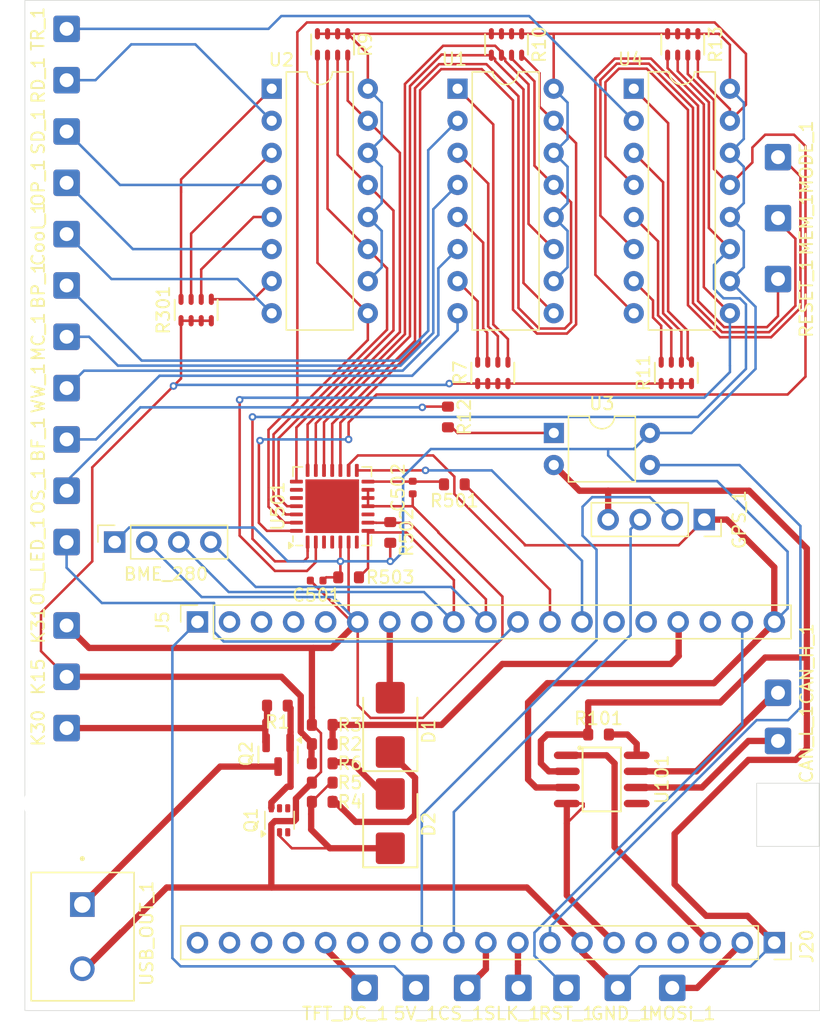
<source format=kicad_pcb>
(kicad_pcb (version 20240108) (generator "pcbnew") (generator_version "8.0")
  (title_block (title "BrakeOut Board") (comment 2 "(c) Norbert Schechner"))
  (layers (0 "F.Cu" signal) (31 "B.Cu" signal) (34 "B.Paste" user) (35 "F.Paste" user) (36 "B.SilkS" user "B.Silkscreen") (37 "F.SilkS" user "F.Silkscreen") (38 "B.Mask" user) (39 "F.Mask" user) (44 "Edge.Cuts" user))
  (net 0 "")
  (net 1 "Net-(D1-Pad1)")
  (net 2 "Net-(D2-Pad2)")
  (net 3 "GND")
  (net 4 "Net-(Q1A-B1)")
  (net 5 "CAN Modul CTX")
  (net 6 "CAN Modul RTX")
  (net 15 "Net-(J20-Pin_2)")
  (net 18 "Net-(Q1A-C1)")
  (net 19 "Net-(R7-Pad8)")
  (net 20 "Net-(R7-Pad5)")
  (net 21 "Net-(R7-Pad6)")
  (net 22 "Net-(R7-Pad7)")
  (net 23 "Net-(R11-Pad6)")
  (net 24 "Net-(R11-Pad5)")
  (net 25 "Net-(R11-Pad8)")
  (net 26 "Net-(R11-Pad7)")
  (net 27 "Net-(R12-Pad2)")
  (net 28 "Net-(U101-RS)")
  (net 30 "/Latch_Circuit/12 V out")
  (net 31 "K15")
  (net 32 "/Latch_Circuit/K30")
  (net 33 "VoltMeasurement")
  (net 34 "StayOn")
  (net 35 "GPIO 32 (PIN 7)")
  (net 36 "GPIO 14 (PIN 12)")
  (net 37 "GPIO 27 (PIN 11)")
  (net 38 "GPIO 33 (PIN 8)")
  (net 39 "GPIO 35 (PIN 6)")
  (net 40 "GPIO 13 (PIN 15)")
  (net 41 "3,3 V from ESP")
  (net 42 "GPIO 26 (PIN 10)")
  (net 43 "GPIO 34 (PIN 5)")
  (net 44 "/Optocopler/Coolant")
  (net 45 "/Optocopler/MotorCap")
  (net 46 "/Optocopler/WhiperWater")
  (net 47 "/Optocopler/BrakePads")
  (net 48 "/Optocopler/OilPresure")
  (net 49 "/Optocopler/SlidingDoor")
  (net 50 "GPIO 0 (PIN 25)")
  (net 51 "GPIO 16 (PIN 27)")
  (net 52 "GPIO 17 (PIN 28)")
  (net 53 "/Optocopler/ResetButton")
  (net 54 "/Optocopler/MemoryButton")
  (net 55 "/Optocopler/Trunk")
  (net 56 "/Optocopler/ModeButton")
  (net 57 "GPIO 4 (PIN 26)")
  (net 58 "GPIO 19 (PIN 31)")
  (net 59 "/CAN Modul/CAN_H")
  (net 60 "/CAN Modul/CAN_L")
  (net 61 "PortExpander GPA5")
  (net 62 "PortExpander GPB1")
  (net 63 "PortExpander GPB0")
  (net 64 "PortExpander GPA4")
  (net 65 "PortExpander GPA1")
  (net 66 "PortExpander GPA0")
  (net 67 "PortExpander GPA2")
  (net 68 "PortExpander GPA3")
  (net 69 "PortExpander GPB4")
  (net 70 "PortExpander GPB3")
  (net 71 "PortExpander GPB5")
  (net 72 "PortExpander GPB2")
  (net 73 "Net-(U501-~{RESET})")
  (net 81 "Net-(R301-Pad5)")
  (net 82 "Net-(R301-Pad8)")
  (net 83 "Net-(R301-Pad7)")
  (net 84 "Net-(R301-Pad6)")
  (net 85 "/Optocopler/DoorRight")
  (net 86 "Net-(5V_1-Pin_1)")
  (net 87 "Net-(BF_1-Pin_1)")
  (net 88 "Net-(CS_1-Pin_1)")
  (net 89 "Net-(J5-Pin_11)")
  (net 90 "Net-(J5-Pin_18)")
  (net 91 "Net-(J20-Pin_9)")
  (net 92 "Net-(J20-Pin_15)")
  (net 93 "Net-(OS_1-Pin_1)")
  (footprint "Package_DIP:DIP-16_W7.62mm" (layer "F.Cu") (at 158.3056 81.6032)
    (property "Reference" "U1")
    (property "Value" "LTV-847")
  )
  (footprint "PCM_JLCPCB:R_0603" (layer "F.Cu") (at 149.6696 120.2972 180)
    (property "Reference" "R503")
    (property "Value" "4,7k")
  )
  (footprint "PCM_JLCPCB:Q_SOT-23" (layer "F.Cu") (at 144.0816 134.3432 -90)
    (property "Reference" "Q2")
    (property "Value" "LBSS84LT1G")
  )
  (footprint "Connector_Wire:SolderWire-0.5sqmm_1x01_D0.9mm_OD2.1mm" (layer "F.Cu") (at 127.3176 109.3752 90)
    (property "Reference" "BF_1")
    (property "Value" "BrakeFluid" (hide yes))
  )
  (footprint "Connector_Wire:SolderWire-0.5sqmm_1x01_D0.9mm_OD2.1mm" (layer "F.Cu") (at 171.0056 152.8092 180)
    (property "Reference" "GND_1")
    (property "Value" "TFT_GND" (hide yes))
  )
  (footprint "Custom:PHOENIX_1729128_2x2,54" (layer "F.Cu") (at 124.5126 143.6697 -90)
    (property "Reference" "USB_OUT_1")
    (property "Value" "To USB converter" (hide yes))
  )
  (footprint "PCM_JLCPCB:R_0603" (layer "F.Cu") (at 152.9716 116.7412 -90)
    (property "Reference" "R502")
    (property "Value" "4,7k")
  )
  (footprint "PCM_JLCPCB:R_0603x4" (layer "F.Cu") (at 148.3996 78.1032 -90)
    (property "Reference" "R9")
    (property "Value" "10kΩ")
  )
  (footprint "PCM_JLCPCB:R_0603x4" (layer "F.Cu") (at 161.0996 104.1032 90)
    (property "Reference" "R7")
    (property "Value" "4.7kΩ")
  )
  (footprint "Connector_Wire:SolderWire-0.5sqmm_1x01_D0.9mm_OD2.1mm" (layer "F.Cu") (at 127.3176 101.2472 90)
    (property "Reference" "MC_1")
    (property "Value" "MotorCap" (hide yes))
  )
  (footprint "PCM_JLCPCB:R_0603" (layer "F.Cu") (at 144.0236 130.4572 180)
    (property "Reference" "R1")
    (property "Value" "100kΩ")
  )
  (footprint "Connector_Wire:SolderWire-0.5sqmm_1x01_D0.9mm_OD2.1mm" (layer "F.Cu") (at 150.9396 152.8092)
    (property "Reference" "TFT_DC_1")
    (property "Value" "TFT_DC" (hide yes))
  )
  (footprint "Connector_Wire:SolderWire-0.5sqmm_1x01_D0.9mm_OD2.1mm" (layer "F.Cu") (at 159.0676 152.8092)
    (property "Reference" "CS_1")
    (property "Value" "TFT_CS" (hide yes))
  )
  (footprint "Package_TO_SOT_SMD:SOT-363_SC-70-6" (layer "F.Cu") (at 144.1936 139.5352 90)
    (property "Reference" "Q1")
    (property "Value" "MMDT3904")
  )
  (footprint "PCM_JLCPCB:R_0603" (layer "F.Cu") (at 147.5796 136.5532)
    (property "Reference" "R5")
    (property "Value" "100kΩ")
  )
  (footprint "Connector_Wire:SolderWire-0.5sqmm_1x01_D0.9mm_OD2.1mm" (layer "F.Cu") (at 183.7056 91.8492 -90)
    (property "Reference" "MEM_1")
    (property "Value" "Memory")
  )
  (footprint "PCM_JLCPCB:R_0603x4" (layer "F.Cu") (at 137.5856 99.1272 90)
    (property "Reference" "R301")
    (property "Value" "4.7kΩ")
  )
  (footprint "PCM_JLCPCB:R_0603x4" (layer "F.Cu") (at 176.1556 78.1032 -90)
    (property "Reference" "R13")
    (property "Value" "10kΩ")
  )
  (footprint "Connector_PinSocket_2.54mm:PinSocket_1x19_P2.54mm_Vertical" (layer "F.Cu") (at 183.4118 149.2278 -90)
    (property "Reference" "J20")
    (property "Value" "Conn_01x19_Socket" (hide yes))
  )
  (footprint "PCM_JLCPCB:SOIC-8_L4.9-W3.9-P1.27-LS6.0-BL" (layer "F.Cu") (at 169.7356 136.2992 -90)
    (property "Reference" "U101")
    (property "Value" "SN65HVD230DR")
  )
  (footprint "Connector_Wire:SolderWire-0.5sqmm_1x01_D0.9mm_OD2.1mm" (layer "F.Cu") (at 155.0036 152.8092)
    (property "Reference" "5V_1")
    (property "Value" "TFT_5V" (hide yes))
  )
  (footprint "MountingHole:MountingHole_3.2mm_M3" (layer "F.Cu") (at 179.6616 142.8032)
    (property "Reference" "Hole_4" (hide yes))
    (property "Value" "MountingHole_3.2mm_M3" (hide yes))
  )
  (footprint "Connector_Wire:SolderWire-0.5sqmm_1x01_D0.9mm_OD2.1mm" (layer "F.Cu") (at 127.3176 105.3112 90)
    (property "Reference" "WW_1")
    (property "Value" "WhiperWater" (hide yes))
  )
  (footprint "Connector_PinSocket_2.54mm:PinSocket_1x19_P2.54mm_Vertical" (layer "F.Cu") (at 137.6918 123.8278 90)
    (property "Reference" "J5")
    (property "Value" "Conn_01x19_Socket" (hide yes))
  )
  (footprint "Connector_Wire:SolderWire-0.5sqmm_1x01_D0.9mm_OD2.1mm" (layer "F.Cu") (at 127.3176 132.2352 90)
    (property "Reference" "K30")
    (property "Value" "K30" (hide yes))
  )
  (footprint "Connector_Wire:SolderWire-0.5sqmm_1x01_D0.9mm_OD2.1mm" (layer "F.Cu") (at 127.3176 124.1072 90)
    (property "Reference" "K31")
    (property "Value" "K31" (hide yes))
  )
  (footprint "Connector_Wire:SolderWire-0.5sqmm_1x01_D0.9mm_OD2.1mm" (layer "F.Cu") (at 127.3176 84.9912 90)
    (property "Reference" "SD_1")
    (property "Value" "Door_S" (hide yes))
  )
  (footprint "PCM_JLCPCB:C_0402" (layer "F.Cu") (at 147.1376 120.5512 180)
    (property "Reference" "C501")
    (property "Value" "100nF")
  )
  (footprint "Connector_PinSocket_2.54mm:PinSocket_1x04_P2.54mm_Vertical" (layer "F.Cu") (at 177.8636 115.7252 -90)
    (property "Reference" "GPS_1")
    (property "Value" "GPS Modul expansion port")
  )
  (footprint "PCM_JLCPCB:D_SMB" (layer "F.Cu") (at 152.9716 139.6012 90)
    (property "Reference" "D2")
    (property "Value" "S3MB")
  )
  (footprint "Connector_Wire:SolderWire-0.5sqmm_1x01_D0.9mm_OD2.1mm" (layer "F.Cu") (at 183.7056 87.0232 -90)
    (property "Reference" "MODE_1")
    (property "Value" "Mode")
  )
  (footprint "PCM_JLCPCB:R_0603" (layer "F.Cu") (at 169.4816 132.7432 180)
    (property "Reference" "R101")
    (property "Value" "10kΩ")
  )
  (footprint "PCM_JLCPCB:R_0603" (layer "F.Cu") (at 147.5796 133.5052)
    (property "Reference" "R2")
    (property "Value" "220kΩ")
  )
  (footprint "Package_DIP:DIP-16_W7.62mm" (layer "F.Cu") (at 172.2731 81.6032)
    (property "Reference" "U4")
    (property "Value" "LTV-847")
  )
  (footprint "MountingHole:MountingHole_3.2mm_M3" (layer "F.Cu") (at 135.7116 111.9032)
    (property "Reference" "Hole_2" (hide yes))
    (property "Value" "MountingHole_3.2mm_M3" (hide yes))
  )
  (footprint "Connector_Wire:SolderWire-0.5sqmm_1x01_D0.9mm_OD2.1mm" (layer "F.Cu") (at 183.7056 133.2512 -90)
    (property "Reference" "CAN_L_1")
    (property "Value" "Can_L")
  )
  (footprint "Package_DIP:DIP-16_W7.62mm" (layer "F.Cu") (at 143.5736 81.6032)
    (property "Reference" "U2")
    (property "Value" "LTV-847")
  )
  (footprint "Connector_Wire:SolderWire-0.5sqmm_1x01_D0.9mm_OD2.1mm" (layer "F.Cu") (at 127.3176 89.0552 90)
    (property "Reference" "OP_1")
    (property "Value" "OilPresure" (hide yes))
  )
  (footprint "Connector_Wire:SolderWire-0.5sqmm_1x01_D0.9mm_OD2.1mm" (layer "F.Cu") (at 163.1316 152.8092)
    (property "Reference" "SLK_1")
    (property "Value" "TFT_SLK" (hide yes))
  )
  (footprint "Connector_PinSocket_2.54mm:PinSocket_1x04_P2.54mm_Vertical" (layer "F.Cu") (at 131.1276 117.5032 90)
    (property "Reference" "BME_280")
    (property "Value" "BME280_conn" (hide yes))
  )
  (footprint "PCM_JLCPCB:R_0603" (layer "F.Cu") (at 147.5796 138.0772)
    (property "Reference" "R4")
    (property "Value" "220Ω")
  )
  (footprint "MountingHole:MountingHole_3.2mm_M3" (layer "F.Cu") (at 125.5116 138.2032)
    (property "Reference" "Hole_1" (hide yes))
    (property "Value" "MountingHole_3.2mm_M3" (hide yes))
  )
  (footprint "Connector_Wire:SolderWire-0.5sqmm_1x01_D0.9mm_OD2.1mm" (layer "F.Cu") (at 127.3176 128.1712 90)
    (property "Reference" "K15")
    (property "Value" "K15" (hide yes))
  )
  (footprint "Connector_Wire:SolderWire-0.5sqmm_1x01_D0.9mm_OD2.1mm" (layer "F.Cu") (at 183.7056 129.4412 -90)
    (property "Reference" "CAN_H_1")
    (property "Value" "Can_H")
  )
  (footprint "PCM_JLCPCB:R_0603" (layer "F.Cu") (at 147.5796 135.0292)
    (property "Reference" "R6")
    (property "Value" "10kΩ")
  )
  (footprint "PCM_JLCPCB:R_0603" (layer "F.Cu") (at 157.5436 107.5972 -90)
    (property "Reference" "R12")
    (property "Value" "4.7kΩ")
  )
  (footprint "Connector_Wire:SolderWire-0.5sqmm_1x01_D0.9mm_OD2.1mm" (layer "F.Cu") (at 127.3176 80.9272 90)
    (property "Reference" "RD_1")
    (property "Value" "Door_R" (hide yes))
  )
  (footprint "Package_DIP:DIP-4_W7.62mm" (layer "F.Cu") (at 165.9356 108.8622)
    (property "Reference" "U3")
    (property "Value" "LVT 817")
  )
  (footprint "MountingHole:MountingHole_3.2mm_M3" (layer "F.Cu") (at 135.2116 82.1032)
    (property "Reference" "Hole_3" (hide yes))
    (property "Value" "MountingHole_3.2mm_M3" (hide yes))
  )
  (footprint "Connector_Wire:SolderWire-0.5sqmm_1x01_D0.9mm_OD2.1mm" (layer "F.Cu") (at 127.3176 97.1832 90)
    (property "Reference" "BP_1")
    (property "Value" "BrakePads" (hide yes))
  )
  (footprint "Connector_Wire:SolderWire-0.5sqmm_1x01_D0.9mm_OD2.1mm" (layer "F.Cu") (at 127.3176 117.5032 90)
    (property "Reference" "OL_LED_1")
    (property "Value" "O_Lev_LED" (hide yes))
  )
  (footprint "PCM_JLCPCB:C_0402" (layer "F.Cu") (at 154.7496 113.1852 90)
    (property "Reference" "C502")
    (property "Value" "100nF")
  )
  (footprint "PCM_JLCPCB:D_SMB" (layer "F.Cu") (at 152.9716 131.9812 90)
    (property "Reference" "D1")
    (property "Value" "S3MB")
  )
  (footprint "Connector_Wire:SolderWire-0.5sqmm_1x01_D0.9mm_OD2.1mm" (layer "F.Cu") (at 166.9416 152.8092 180)
    (property "Reference" "RST_1")
    (property "Value" "TFT_RST" (hide yes))
  )
  (footprint "PCM_JLCPCB:R_0603" (layer "F.Cu") (at 158.0516 112.9312 180)
    (property "Reference" "R501")
    (property "Value" "10kΩ")
  )
  (footprint "Connector_Wire:SolderWire-0.5sqmm_1x01_D0.9mm_OD2.1mm" (layer "F.Cu") (at 127.3176 113.4392 90)
    (property "Reference" "OS_1")
    (property "Value" "oilSensor" (hide yes))
  )
  (footprint "Package_DFN_QFN:QFN-28-1EP_6x6mm_P0.65mm_EP4.25x4.25mm" (layer "F.Cu") (at 148.3696 114.6657 90)
    (property "Reference" "U501")
    (property "Value" "MCP23017_ML")
  )
  (footprint "Connector_Wire:SolderWire-0.5sqmm_1x01_D0.9mm_OD2.1mm" (layer "F.Cu") (at 127.3176 93.1192 90)
    (property "Reference" "Cool_1")
    (property "Value" "Coolant" (hide yes))
  )
  (footprint "Connector_Wire:SolderWire-0.5sqmm_1x01_D0.9mm_OD2.1mm" (layer "F.Cu") (at 175.3236 152.8092)
    (property "Reference" "MOSi_1")
    (property "Value" "TFT_MOSI" (hide yes))
  )
  (footprint "PCM_JLCPCB:R_0603x4" (layer "F.Cu") (at 162.1856 78.1032 -90)
    (property "Reference" "R10")
    (property "Value" "10kΩ")
  )
  (footprint "Connector_Wire:SolderWire-0.5sqmm_1x01_D0.9mm_OD2.1mm" (layer "F.Cu") (at 183.7056 96.6752 -90)
    (property "Reference" "RESET_1")
    (property "Value" "Reset")
  )
  (footprint "PCM_JLCPCB:R_0603x4" (layer "F.Cu") (at 175.6476 104.1032 90)
    (property "Reference" "R11")
    (property "Value" "4.7kΩ")
  )
  (footprint "Connector_Wire:SolderWire-0.5sqmm_1x01_D0.9mm_OD2.1mm" (layer "F.Cu") (at 127.3176 76.8632 -90)
    (property "Reference" "TR_1")
    (property "Value" "Trunk" (hide yes))
  )
  (footprint "PCM_JLCPCB:R_0603" (layer "F.Cu") (at 147.5796 131.9812 180)
    (property "Reference" "R3")
    (property "Value" "33kΩ")
  )
  (gr_rect (start 124.0116 74.6032) (end 187.0116 154.6032) (stroke (width 0.05)) (fill none) (layer "Edge.Cuts"))
  (gr_rect (start 182.0116 136.6032) (end 186.9616 141.6032) (stroke (width 0.05)) (fill none) (layer "Edge.Cuts"))
  (segment (start 154.938 136.172) (end 152.972 134.206) (width 0.5) (layer "F.Cu") (net 1))
  (segment (start 148.852 138.289) (end 149.31 138.746) (width 0.5) (layer "F.Cu") (net 1))
  (segment (start 154.38 139.661) (end 154.938 139.102) (width 0.5) (layer "F.Cu") (net 1))
  (segment (start 148.395 137.832) (end 148.852 138.289) (width 0.5) (layer "F.Cu") (net 1))
  (segment (start 148.852 138.289) (end 148.611 138.289) (width 0.2) (layer "F.Cu") (net 1))
  (segment (start 150.224 139.661) (end 154.38 139.661) (width 0.5) (layer "F.Cu") (net 1))
  (segment (start 149.069 138.746) (end 148.734 138.412) (width 0.2) (layer "F.Cu") (net 1))
  (segment (start 154.938 139.102) (end 154.938 136.172) (width 0.5) (layer "F.Cu") (net 1))
  (segment (start 149.31 138.746) (end 150.224 139.661) (width 0.5) (layer "F.Cu") (net 1))
  (segment (start 149.31 138.746) (end 149.069 138.746) (width 0.2) (layer "F.Cu") (net 1))
  (segment (start 152.331 137.359) (end 149.909 134.937) (width 0.5) (layer "F.Cu") (net 2))
  (segment (start 149.909 134.937) (end 148.492 134.937) (width 0.5) (layer "F.Cu") (net 2))
  (segment (start 167.9726 113.4392) (end 170.2436 113.4392) (width 0.5) (layer "F.Cu") (net 3))
  (segment (start 164.91 135.029) (end 165.54 135.659) (width 0.5) (layer "F.Cu") (net 3))
  (segment (start 146.76 126.0006) (end 146.76 130.61) (width 0.5) (layer "F.Cu") (net 3))
  (segment (start 181.4196 113.4392) (end 185.992 118.0116) (width 0.5) (layer "F.Cu") (net 3))
  (segment (start 185.992 126.6472) (end 185.992 127.1552) (width 0.5) (layer "F.Cu") (net 3))
  (segment (start 156.7816 116.7412) (end 156.7816 116.6977) (width 0.2) (layer "F.Cu") (net 3))
  (segment (start 165.418 132.743) (end 164.91 133.251) (width 0.5) (layer "F.Cu") (net 3))
  (segment (start 147.253 132.414) (end 147.102 132.264) (width 0.2) (layer "F.Cu") (net 3))
  (segment (start 148.334 125.885) (end 150.069 124.15) (width 0.5) (layer "F.Cu") (net 3))
  (segment (start 146.76 136.427) (end 147.115 136.072) (width 0.2) (layer "F.Cu") (net 3))
  (segment (start 149.6696 123.1056) (end 150.3918 123.8278) (width 0.2) (layer "F.Cu") (net 3))
  (segment (start 168.662 132.7428) (end 168.662 130.2032) (width 0.5) (layer "F.Cu") (net 3))
  (segment (start 147.115 136.072) (end 147.478 135.71) (width 0.2) (layer "F.Cu") (net 3))
  (segment (start 168.172 149.228) (end 168.172 149.975) (width 0.5) (layer "F.Cu") (net 3))
  (segment (start 154.7496 113.6852) (end 154.7496 114.6657) (width 0.2) (layer "F.Cu") (net 3))
  (segment (start 163.803 144.859) (end 168.1718 149.2278) (width 0.5) (layer "F.Cu") (net 3))
  (segment (start 151.2071 114.6657) (end 154.7496 114.6657) (width 0.2) (layer "F.Cu") (net 3))
  (segment (start 143.5736 144.859) (end 163.803 144.859) (width 0.5) (layer "F.Cu") (net 3))
  (segment (start 161.8616 125.1232) (end 161.8616 121.8212) (width 0.2) (layer "F.Cu") (net 3))
  (segment (start 149.6696 117.5032) (end 149.6696 123.1056) (width 0.2) (layer "F.Cu") (net 3))
  (segment (start 147.102 132.264) (end 147.042 132.264) (width 0.2) (layer "F.Cu") (net 3))
  (segment (start 145.494 137.819) (end 145.494 139.459) (width 0.5) (layer "F.Cu") (net 3))
  (segment (start 146.6376 120.5512) (end 149.9142 123.8278) (width 0.2) (layer "F.Cu") (net 3))
  (segment (start 150.3918 130.4174) (end 151.4056 131.4312) (width 0.2) (layer "F.Cu") (net 3))
  (segment (start 146.76 130.61) (end 146.76 131.296) (width 0.2) (layer "F.Cu") (net 3))
  (segment (start 164.91 133.251) (end 164.91 135.029) (width 0.5) (layer "F.Cu") (net 3))
  (segment (start 128.563 151.544) (end 131.829 148.278) (width 0.5) (layer "F.Cu") (net 3))
  (segment (start 147.115 136.072) (end 146.76 136.428) (width 0.2) (layer "F.Cu") (net 3))
  (segment (start 151.207 113.366) (end 151.207 113.854) (width 0.2) (layer "F.Cu") (net 3))
  (segment (start 147.102 132.264) (end 146.727 131.889) (width 0.2) (layer "F.Cu") (net 3))
  (segment (start 175.5116 140.6032) (end 181.3636 134.7512) (width 0.5) (layer "F.Cu") (net 3))
  (segment (start 185.992 133.8728) (end 185.992 127.1552) (width 0.5) (layer "F.Cu") (net 3))
  (segment (start 151.4056 131.4312) (end 155.5536 131.4312) (width 0.2) (layer "F.Cu") (net 3))
  (segment (start 168.172 149.975) (end 171.0059 152.8089) (width 0.5) (layer "F.Cu") (net 3))
  (segment (start 143.544 144.8294) (end 143.5736 144.859) (width 0.5) (layer "F.Cu") (net 3))
  (segment (start 185.9918 126.647) (end 185.992 126.6472) (width 0.5) (layer "F.Cu") (net 3))
  (segment (start 165.418 132.743) (end 168.6618 132.743) (width 0.5) (layer "F.Cu") (net 3))
  (segment (start 170.2436 113.4392) (end 181.4196 113.4392) (width 0.5) (layer "F.Cu") (net 3))
  (segment (start 185.1136 134.7512) (end 185.992 133.8728) (width 0.5) (layer "F.Cu") (net 3))
  (segment (start 127.318 124.107) (end 129.096 125.885) (width 0.5) (layer "F.Cu") (net 3))
  (segment (start 155.5536 131.4312) (end 161.8616 125.1232) (width 0.2) (layer "F.Cu") (net 3))
  (segment (start 165.54 135.659) (end 166.965 135.659) (width 0.5) (layer "F.Cu") (net 3))
  (segment (start 181.2872 147.1032) (end 178.0116 147.1032) (width 0.5) (layer "F.Cu") (net 3))
  (segment (start 178.0116 147.1032) (end 175.5116 144.6032) (width 0.5) (layer "F.Cu") (net 3))
  (segment (start 175.5116 144.6032) (end 175.5116 140.6032) (width 0.5) (layer "F.Cu") (net 3))
  (segment (start 151.207 113.935) (end 151.207 114.0157) (width 0.2) (layer "F.Cu") (net 3))
  (segment (start 146.7598 136.5532) (end 145.494 137.819) (width 0.5) (layer "F.Cu") (net 3))
  (segment (start 156.7816 116.6977) (end 154.7496 114.6657) (width 0.2) (layer "F.Cu") (net 3))
  (segment (start 150.3918 123.8278) (end 150.3918 130.4174) (width 0.2) (layer "F.Cu") (net 3))
  (segment (start 185.992 127.1552) (end 185.992 127.917) (width 0.5) (layer "F.Cu") (net 3))
  (segment (start 161.8616 121.8212) (end 156.7816 116.7412) (width 0.2) (layer "F.Cu") (net 3))
  (segment (start 145.494 139.459) (end 145.352 139.601) (width 0.5) (layer "F.Cu") (net 3))
  (segment (start 146.76 130.61) (end 146.76 131.296) (width 0.5) (layer "F.Cu") (net 3))
  (segment (start 168.661 132.743) (end 165.418 132.743) (width 0.5) (layer "F.Cu") (net 3))
  (segment (start 145.352 139.601) (end 143.822 139.601) (width 0.5) (layer "F.Cu") (net 3))
  (segment (start 183.4118 149.2278) (end 181.2872 147.1032) (width 0.5) (layer "F.Cu") (net 3))
  (segment (start 131.574 148.278) (end 131.829 148.278) (width 0.2) (layer "F.Cu") (net 3))
  (segment (start 185.992 127.917) (end 185.992 118.0116) (width 0.5) (layer "F.Cu") (net 3))
  (segment (start 151.207 113.854) (end 151.207 113.935) (width 0.2) (layer "F.Cu") (net 3))
  (segment (start 181.3636 134.7512) (end 185.1136 134.7512) (width 0.5) (layer "F.Cu") (net 3))
  (segment (start 147.478 135.71) (end 147.478 132.639) (width 0.2) (layer "F.Cu") (net 3))
  (segment (start 146.8756 125.885) (end 146.76 126.0006) (width 0.5) (layer "F.Cu") (net 3))
  (segment (start 183.412 149.228) (end 183.412 149.2028) (width 0.5) (layer "F.Cu") (net 3))
  (segment (start 128.563 151.29) (end 131.574 148.278) (width 0.2) (layer "F.Cu") (net 3))
  (segment (start 143.544 139.88) (end 143.544 144.8294) (width 0.5) (layer "F.Cu") (net 3))
  (segment (start 131.829 148.278) (end 135.247 144.859) (width 0.5) (layer "F.Cu") (net 3))
  (segment (start 146.76 131.296) (end 146.76 131.981) (width 0.5) (layer "F.Cu") (net 3))
  (segment (start 165.9356 111.4022) (end 167.9726 113.4392) (width 0.5) (layer "F.Cu") (net 3))
  (segment (start 170.2436 115.7252) (end 170.2436 113.4392) (width 0.5) (layer "F.Cu") (net 3))
  (segment (start 168.662 130.2032) (end 179.1338 130.2032) (width 0.5) (layer "F.Cu") (net 3))
  (segment (start 143.822 139.601) (end 143.544 139.88) (width 0.5) (layer "F.Cu") (net 3))
  (segment (start 129.096 125.885) (end 148.334 125.885) (width 0.5) (layer "F.Cu") (net 3))
  (segment (start 151.207 114.016) (end 151.207 114.666) (width 0.2) (layer "F.Cu") (net 3))
  (segment (start 182.69 126.647) (end 185.9918 126.647) (width 0.5) (layer "F.Cu") (net 3))
  (segment (start 179.1338 130.2032) (end 182.69 126.647) (width 0.5) (layer "F.Cu") (net 3))
  (segment (start 135.247 144.859) (end 143.5736 144.859) (width 0.5) (layer "F.Cu") (net 3))
  (segment (start 147.478 132.639) (end 147.253 132.414) (width 0.2) (layer "F.Cu") (net 3))
  (segment (start 138.0236 121.8592) (end 148.4232 121.8592) (width 0.2) (layer "B.Cu") (net 3))
  (segment (start 133.6676 117.5032) (end 138.0236 121.8592) (width 0.2) (layer "B.Cu") (net 3))
  (segment (start 181.5364 151.1032) (end 172.7116 151.1032) (width 0.2) (layer "B.Cu") (net 3))
  (segment (start 183.4118 149.2278) (end 181.5364 151.1032) (width 0.2) (layer "B.Cu") (net 3))
  (segment (start 148.4232 121.8592) (end 150.3918 123.8278) (width 0.2) (layer "B.Cu") (net 3))
  (segment (start 172.7116 151.1032) (end 171.0056 152.8092) (width 0.2) (layer "B.Cu") (net 3))
  (segment (start 148.045 136.782) (end 148.132 136.695) (width 0.2) (layer "F.Cu") (net 4))
  (segment (start 148.1822 141.7512) (end 152.9716 141.7512) (width 0.5) (layer "F.Cu") (net 4))
  (segment (start 144.194 140.741) (end 144.194 140.742) (width 0.2) (layer "F.Cu") (net 4))
  (segment (start 148.045 136.782) (end 148.171 136.782) (width 0.2) (layer "F.Cu") (net 4))
  (segment (start 146.702 139.052) (end 146.702 138.442) (width 0.5) (layer "F.Cu") (net 4))
  (segment (start 146.702 139.052) (end 146.76 138.994) (width 0.2) (layer "F.Cu") (net 4))
  (segment (start 146.702 140.271) (end 146.702 139.052) (width 0.5) (layer "F.Cu") (net 4))
  (segment (start 146.76 138.994) (end 146.76 138.447) (width 0.2) (layer "F.Cu") (net 4))
  (segment (start 145.072901 141.657899) (end 145.074 141.659) (width 0.2) (layer "F.Cu") (net 4))
  (segment (start 145.072901 141.657899) (end 145.166202 141.7512) (width 0.2) (layer "F.Cu") (net 4))
  (segment (start 146.702 138.442) (end 146.702 137.832) (width 0.5) (layer "F.Cu") (net 4))
  (segment (start 145.166202 141.7512) (end 148.1822 141.7512) (width 0.2) (layer "F.Cu") (net 4))
  (segment (start 144.194 140.741) (end 144.194 140.705) (width 0.2) (layer "F.Cu") (net 4))
  (segment (start 144.194 140.778) (end 145.072901 141.657899) (width 0.2) (layer "F.Cu") (net 4))
  (segment (start 146.702 140.271) (end 148.1822 141.7512) (width 0.5) (layer "F.Cu") (net 4))
  (segment (start 144.194 140.742) (end 144.194 140.778) (width 0.2) (layer "F.Cu") (net 4))
  (segment (start 148.045 136.782) (end 146.76 138.067) (width 0.2) (layer "F.Cu") (net 4))
  (segment (start 170.752 141.648) (end 178.3318 149.2278) (width 0.5) (layer "F.Cu") (net 5))
  (segment (start 170.752 135.029) (end 170.752 141.648) (width 0.5) (layer "F.Cu") (net 5))
  (segment (start 166.966 134.389) (end 170.112 134.389) (width 0.5) (layer "F.Cu") (net 5))
  (segment (start 170.112 134.389) (end 170.752 135.029) (width 0.5) (layer "F.Cu") (net 5))
  (segment (start 167.752 138.996) (end 167.753 138.996) (width 0.2) (layer "F.Cu") (net 6))
  (segment (start 166.966 138.209) (end 168.292 138.209) (width 0.2) (layer "F.Cu") (net 6))
  (segment (start 166.966 139.783) (end 166.966 145.482) (width 0.5) (layer "F.Cu") (net 6))
  (segment (start 166.966 139.783) (end 167.752 138.996) (width 0.2) (layer "F.Cu") (net 6))
  (segment (start 168.0281 138.7206) (end 168.292 138.456) (width 0.2) (layer "F.Cu") (net 6))
  (segment (start 166.966 138.209) (end 166.966 139.783) (width 0.5) (layer "F.Cu") (net 6))
  (segment (start 167.753 138.996) (end 167.915 138.834) (width 0.2) (layer "F.Cu") (net 6))
  (segment (start 168.0281 138.7206) (end 168.2923 138.4564) (width 0.2) (layer "F.Cu") (net 6))
  (segment (start 168.292 138.456) (end 168.292 138.209) (width 0.2) (layer "F.Cu") (net 6))
  (segment (start 168.2923 138.4564) (end 168.2923 138.2092) (width 0.2) (layer "F.Cu") (net 6))
  (segment (start 167.752 138.996) (end 168.292 138.456) (width 0.2) (layer "F.Cu") (net 6))
  (segment (start 166.966 145.482) (end 170.7118 149.2278) (width 0.5) (layer "F.Cu") (net 6))
  (segment (start 167.915 138.834) (end 168.0281 138.7206) (width 0.2) (layer "F.Cu") (net 6))
  (segment (start 166.9656 138.2092) (end 168.2923 138.2092) (width 0.2) (layer "F.Cu") (net 6))
  (segment (start 180.156 149.944) (end 177.29 152.809) (width 0.5) (layer "F.Cu") (net 15))
  (segment (start 180.514 149.586) (end 180.156 149.944) (width 0.5) (layer "F.Cu") (net 15))
  (segment (start 177.29 152.809) (end 175.324 152.809) (width 0.5) (layer "F.Cu") (net 15))
  (segment (start 180.156 149.944) (end 180.514 149.586) (width 0.2) (layer "F.Cu") (net 15))
  (segment (start 145.068 133.4953) (end 145.068 132.548) (width 0.5) (layer "F.Cu") (net 18))
  (segment (start 145.068 136.879) (end 145.068 133.4953) (width 0.5) (layer "F.Cu") (net 18))
  (segment (start 144.794 136.879) (end 145.068 136.879) (width 0.5) (layer "F.Cu") (net 18))
  (segment (start 145.068 130.654) (end 144.962 130.548) (width 0.5) (layer "F.Cu") (net 18))
  (segment (start 145.032 132.585) (end 145.032 132.994) (width 0.2) (layer "F.Cu") (net 18))
  (segment (start 143.544 138.528) (end 143.544 138.472) (width 0.5) (layer "F.Cu") (net 18))
  (segment (start 143.544 138.358) (end 143.544 138.13) (width 0.5) (layer "F.Cu") (net 18))
  (segment (start 143.544 138.557) (end 143.544 138.529) (width 0.5) (layer "F.Cu") (net 18))
  (segment (start 145.068 132.548) (end 145.068 130.654) (width 0.5) (layer "F.Cu") (net 18))
  (segment (start 143.544 138.13) (end 144.794 136.879) (width 0.5) (layer "F.Cu") (net 18))
  (segment (start 145.068 132.548) (end 145.032 132.585) (width 0.2) (layer "F.Cu") (net 18))
  (segment (start 143.544 138.529) (end 143.544 138.528) (width 0.5) (layer "F.Cu") (net 18))
  (segment (start 143.544 138.358) (end 143.544 138.472) (width 0.2) (layer "F.Cu") (net 18))
  (segment (start 143.544 138.585) (end 143.544 138.557) (width 0.5) (layer "F.Cu") (net 18))
  (segment (start 143.544 138.472) (end 143.544 138.358) (width 0.5) (layer "F.Cu") (net 18))
  (segment (start 159.8996 103.2532) (end 159.8996 98.4372) (width 0.2) (layer "F.Cu") (net 19))
  (segment (start 159.8996 98.4372) (end 158.3056 96.8432) (width 0.2) (layer "F.Cu") (net 19))
  (segment (start 162.2996 103.2532) (end 162.2996 101.4312) (width 0.2) (layer "F.Cu") (net 20))
  (segment (start 162.2996 101.4312) (end 161.1376 100.2692) (width 0.2) (layer "F.Cu") (net 20))
  (segment (start 161.1376 100.2692) (end 161.1376 84.4352) (width 0.2) (layer "F.Cu") (net 20))
  (segment (start 161.1376 84.4352) (end 158.3056 81.6032) (width 0.2) (layer "F.Cu") (net 20))
  (segment (start 160.7376 100.434886) (end 160.7376 89.1152) (width 0.2) (layer "F.Cu") (net 21))
  (segment (start 161.4996 101.196886) (end 160.7376 100.434886) (width 0.2) (layer "F.Cu") (net 21))
  (segment (start 160.7376 89.1152) (end 158.3056 86.6832) (width 0.2) (layer "F.Cu") (net 21))
  (segment (start 161.4996 103.2532) (end 161.4996 101.196886) (width 0.2) (layer "F.Cu") (net 21))
  (segment (start 160.3376 100.600572) (end 160.3376 93.7952) (width 0.2) (layer "F.Cu") (net 22))
  (segment (start 160.6586 103.2122) (end 160.6586 100.921572) (width 0.2) (layer "F.Cu") (net 22))
  (segment (start 160.6586 100.921572) (end 160.3376 100.600572) (width 0.2) (layer "F.Cu") (net 22))
  (segment (start 160.3376 93.7952) (end 158.3056 91.7632) (width 0.2) (layer "F.Cu") (net 22))
  (segment (start 174.5996 89.0097) (end 172.2731 86.6832) (width 0.2) (layer "F.Cu") (net 23))
  (segment (start 174.5996 99.391828) (end 174.5996 89.0097) (width 0.2) (layer "F.Cu") (net 23))
  (segment (start 176.0476 100.839828) (end 174.5996 99.391828) (width 0.2) (layer "F.Cu") (net 23))
  (segment (start 176.0476 103.2532) (end 176.0476 100.839828) (width 0.2) (layer "F.Cu") (net 23))
  (segment (start 174.9996 84.3297) (end 172.2731 81.6032) (width 0.2) (layer "F.Cu") (net 24))
  (segment (start 176.8476 103.2532) (end 176.5476 102.9532) (width 0.2) (layer "F.Cu") (net 24))
  (segment (start 176.5476 100.774142) (end 174.9996 99.226142) (width 0.2) (layer "F.Cu") (net 24))
  (segment (start 176.5476 102.9532) (end 176.5476 100.774142) (width 0.2) (layer "F.Cu") (net 24))
  (segment (start 174.9996 99.226142) (end 174.9996 84.3297) (width 0.2) (layer "F.Cu") (net 24))
  (segment (start 173.7996 98.3697) (end 172.2731 96.8432) (width 0.2) (layer "F.Cu") (net 25))
  (segment (start 174.4476 100.3712) (end 173.7996 99.7232) (width 0.2) (layer "F.Cu") (net 25))
  (segment (start 174.4476 103.2532) (end 174.4476 100.3712) (width 0.2) (layer "F.Cu") (net 25))
  (segment (start 173.7996 99.7232) (end 173.7996 98.3697) (width 0.2) (layer "F.Cu") (net 25))
  (segment (start 175.2476 103.2532) (end 175.2476 100.605514) (width 0.2) (layer "F.Cu") (net 26))
  (segment (start 175.2476 100.605514) (end 174.1996 99.557514) (width 0.2) (layer "F.Cu") (net 26))
  (segment (start 174.1996 99.557514) (end 174.1996 93.6897) (width 0.2) (layer "F.Cu") (net 26))
  (segment (start 174.1996 93.6897) (end 172.2731 91.7632) (width 0.2) (layer "F.Cu") (net 26))
  (segment (start 158.3056 108.8672) (end 157.8556 108.4172) (width 0.2) (layer "F.Cu") (net 27))
  (segment (start 158.3106 108.8622) (end 158.3056 108.8672) (width 0.2) (layer "F.Cu") (net 27))
  (segment (start 165.9356 108.8622) (end 158.3106 108.8622) (width 0.2) (layer "F.Cu") (net 27))
  (segment (start 172.506 134.162) (end 172.506 134.276) (width 0.2) (layer "F.Cu") (net 28))
  (segment (start 172.506 133.481) (end 171.768 132.743) (width 0.5) (layer "F.Cu") (net 28))
  (segment (start 171.768 132.743) (end 170.302 132.743) (width 0.5) (layer "F.Cu") (net 28))
  (segment (start 172.506 134.276) (end 172.506 134.162) (width 0.5) (layer "F.Cu") (net 28))
  (segment (start 172.506 134.389) (end 172.506 134.3325) (width 0.5) (layer "F.Cu") (net 28))
  (segment (start 172.506 134.3325) (end 172.506 134.276) (width 0.5) (layer "F.Cu") (net 28))
  (segment (start 172.506 134.162) (end 172.506 133.935) (width 0.5) (layer "F.Cu") (net 28))
  (segment (start 172.506 133.935) (end 172.506 134.162) (width 0.2) (layer "F.Cu") (net 28))
  (segment (start 172.506 133.935) (end 172.506 133.481) (width 0.5) (layer "F.Cu") (net 28))
  (segment (start 139.4891 135.2832) (end 128.5626 146.2097) (width 0.5) (layer "F.Cu") (net 30))
  (segment (start 144.0816 135.2832) (end 139.4891 135.2832) (width 0.5) (layer "F.Cu") (net 30))
  (segment (start 129.3496 111.5856) (end 129.3496 119.0272) (width 0.2) (layer "F.Cu") (net 31))
  (segment (start 159.8996 104.9532) (end 176.8476 104.9532) (width 0.2) (layer "F.Cu") (net 31))
  (segment (start 157.6476 104.9532) (end 159.8996 104.9532) (width 0.2) (layer "F.Cu") (net 31))
  (segment (start 135.7888 105.1464) (end 136.3856 104.5496) (width 0.2) (layer "F.Cu") (net 31))
  (segment (start 129.3496 119.0272) (end 125.2856 123.0912) (width 0.2) (layer "F.Cu") (net 31))
  (segment (start 145.877 132.537) (end 145.877 129.701) (width 0.5) (layer "F.Cu") (net 31))
  (segment (start 136.3856 99.9772) (end 138.7856 99.9772) (width 0.2) (layer "F.Cu") (net 31))
  (segment (start 125.2856 126.1386) (end 127.3179 128.1709) (width 0.2) (layer "F.Cu") (net 31))
  (segment (start 136.3856 104.5496) (end 136.3856 99.9772) (width 0.2) (layer "F.Cu") (net 31))
  (segment (start 135.7888 105.1464) (end 129.3496 111.5856) (width 0.2) (layer "F.Cu") (net 31))
  (segment (start 146.727 133.505) (end 146.727 134.136) (width 0.5) (layer "F.Cu") (net 31))
  (segment (start 145.877 129.701) (end 144.347 128.171) (width 0.5) (layer "F.Cu") (net 31))
  (segment (start 144.347 128.171) (end 127.318 128.171) (width 0.5) (layer "F.Cu") (net 31))
  (segment (start 145.877 132.537) (end 146.727 133.387) (width 0.5) (layer "F.Cu") (net 31))
  (segment (start 146.727 134.136) (end 146.76 134.104) (width 0.2) (layer "F.Cu") (net 31))
  (segment (start 125.2856 123.0912) (end 125.2856 126.1386) (width 0.2) (layer "F.Cu") (net 31))
  (segment (start 146.76 134.104) (end 146.76 133.804) (width 0.2) (layer "F.Cu") (net 31))
  (segment (start 146.727 134.136) (end 146.727 134.886) (width 0.5) (layer "F.Cu") (net 31))
  (via (at 135.7888 105.1464) (size 0.6) (drill 0.3) (layers "F.Cu" "B.Cu") (net 31))
  (via (at 157.6476 104.9532) (size 0.6) (drill 0.3) (layers "F.Cu" "B.Cu") (net 31))
  (segment (start 157.5436 105.0572) (end 157.6476 104.9532) (width 0.2) (layer "B.Cu") (net 31))
  (segment (start 135.7888 105.1464) (end 135.878 105.0572) (width 0.2) (layer "B.Cu") (net 31))
  (segment (start 135.878 105.0572) (end 157.5436 105.0572) (width 0.2) (layer "B.Cu") (net 31))
  (segment (start 143.0656 131.7272) (end 143.2036 131.5892) (width 0.5) (layer "F.Cu") (net 32))
  (segment (start 143.0656 133.3372) (end 143.1316 133.4032) (width 0.5) (layer "F.Cu") (net 32))
  (segment (start 143.0656 132.2352) (end 143.0656 133.3372) (width 0.5) (layer "F.Cu") (net 32))
  (segment (start 143.0656 132.2352) (end 143.0656 131.7272) (width 0.5) (layer "F.Cu") (net 32))
  (segment (start 127.3176 132.2352) (end 143.0656 132.2352) (width 0.5) (layer "F.Cu") (net 32))
  (segment (start 143.2036 131.5892) (end 143.2036 130.4572) (width 0.5) (layer "F.Cu") (net 32))
  (segment (start 175.843 126.52) (end 175.832 126.51) (width 0.5) (layer "F.Cu") (net 33))
  (segment (start 175.208 127.155) (end 175.843 126.52) (width 0.5) (layer "F.Cu") (net 33))
  (segment (start 148.3996 133.5052) (end 148.3996 131.9812) (width 0.5) (layer "F.Cu") (net 33))
  (segment (start 148.3996 131.9812) (end 157.0358 131.9812) (width 0.5) (layer "F.Cu") (net 33))
  (segment (start 157.0358 131.9812) (end 161.862 127.155) (width 0.5) (layer "F.Cu") (net 33))
  (segment (start 175.832 126.51) (end 175.832 123.828) (width 0.5) (layer "F.Cu") (net 33))
  (segment (start 161.862 127.155) (end 175.208 127.155) (width 0.5) (layer "F.Cu") (net 33))
  (segment (start 152.9318 123.8278) (end 152.9318 129.7914) (width 0.5) (layer "F.Cu") (net 34))
  (segment (start 155.7656 111.828) (end 150.32 111.828) (width 0.2) (layer "F.Cu") (net 35))
  (via (at 155.7656 111.828) (size 0.6) (drill 0.3) (layers "F.Cu" "B.Cu") (net 35))
  (segment (start 168.1718 123.8278) (end 168.1718 118.9874) (width 0.2) (layer "B.Cu") (net 35))
  (segment (start 168.1718 118.9874) (end 161.0124 111.828) (width 0.2) (layer "B.Cu") (net 35))
  (segment (start 161.0124 111.828) (end 155.7656 111.828) (width 0.2) (layer "B.Cu") (net 35))
  (segment (start 150.4896 120.2972) (end 151.2071 119.5797) (width 0.2) (layer "F.Cu") (net 37))
  (segment (start 151.3332 116.7412) (end 154.2416 116.7412) (width 0.2) (layer "F.Cu") (net 37))
  (segment (start 158.012 120.5116) (end 158.012 123.42) (width 0.2) (layer "F.Cu") (net 37))
  (segment (start 151.208 116.616) (end 151.3332 116.7412) (width 0.2) (layer "F.Cu") (net 37))
  (segment (start 154.2416 116.7412) (end 158.012 120.5116) (width 0.2) (layer "F.Cu") (net 37))
  (segment (start 151.2071 119.5797) (end 151.2071 116.6157) (width 0.2) (layer "F.Cu") (net 37))
  (segment (start 155.6432 121.4592) (end 158.0118 123.8278) (width 0.2) (layer "B.Cu") (net 37))
  (segment (start 140.1636 121.4592) (end 155.6432 121.4592) (width 0.2) (layer "B.Cu") (net 37))
  (segment (start 136.2076 117.5032) (end 140.1636 121.4592) (width 0.2) (layer "B.Cu") (net 37))
  (segment (start 150.4058 110.6452) (end 156.373248 110.6452) (width 0.2) (layer "F.Cu") (net 38))
  (segment (start 156.373248 110.6452) (end 158.0516 112.323552) (width 0.2) (layer "F.Cu") (net 38))
  (segment (start 149.67 111.381) (end 150.4058 110.6452) (width 0.2) (layer "F.Cu") (net 38))
  (segment (start 158.0516 113.6932) (end 165.6318 121.2734) (width 0.2) (layer "F.Cu") (net 38))
  (segment (start 149.67 111.492) (end 149.67 111.381) (width 0.2) (layer "F.Cu") (net 38))
  (segment (start 165.6318 121.2734) (end 165.6318 123.8278) (width 0.2) (layer "F.Cu") (net 38))
  (segment (start 158.0516 112.323552) (end 158.0516 113.6932) (width 0.2) (layer "F.Cu") (net 38))
  (segment (start 179.0156 77.2532) (end 179.8956 78.1332) (width 0.2) (layer "F.Cu") (net 41))
  (segment (start 166.965 136.939) (end 164.534 136.939) (width 0.5) (layer "F.Cu") (net 41))
  (segment (start 163.6396 117.6992) (end 158.8716 112.9312) (width 0.2) (layer "F.Cu") (net 41))
  (segment (start 165.418 128.679) (end 178.626 128.679) (width 0.5) (layer "F.Cu") (net 41))
  (segment (start 177.3556 77.2532) (end 179.0156 77.2532) (width 0.2) (layer "F.Cu") (net 41))
  (segment (start 151.1936 78.8472) (end 151.1936 81.6032) (width 0.2) (layer "F.Cu") (net 41))
  (segment (start 163.3856 77.2532) (end 165.9256 77.2532) (width 0.2) (layer "F.Cu") (net 41))
  (segment (start 147.8916 120.2972) (end 147.6376 120.5512) (width 0.2) (layer "F.Cu") (net 41))
  (segment (start 163.894 130.203) (end 165.418 128.679) (width 0.5) (layer "F.Cu") (net 41))
  (segment (start 175.8316 117.7572) (end 177.8636 115.7252) (width 0.2) (layer "F.Cu") (net 41))
  (segment (start 178.626 128.679) (end 183.412 123.893) (width 0.5) (layer "F.Cu") (net 41))
  (segment (start 152.9716 117.5612) (end 152.9716 119.0272) (width 0.2) (layer "F.Cu") (net 41))
  (segment (start 179.8956 78.1332) (end 179.8931 78.1357) (width 0.2) (layer "F.Cu") (net 41))
  (segment (start 183.4118 119.4954) (end 183.4118 123.8278) (width 0.5) (layer "F.Cu") (net 41))
  (segment (start 164.534 136.939) (end 163.894 136.299) (width 0.5) (layer "F.Cu") (net 41))
  (segment (start 163.6396 117.7572) (end 163.6396 117.6992) (width 0.2) (layer "F.Cu") (net 41))
  (segment (start 149.0196 117.5032) (end 149.0196 120.1272) (width 0.2) (layer "F.Cu") (net 41))
  (segment (start 147.1996 77.2532) (end 149.5996 77.2532) (width 0.2) (layer "F.Cu") (net 41))
  (segment (start 148.8496 120.2972) (end 147.8916 120.2972) (width 0.2) (layer "F.Cu") (net 41))
  (segment (start 179.8931 78.1357) (end 179.8931 81.6032) (width 0.2) (layer "F.Cu") (net 41))
  (segment (start 163.6396 117.7572) (end 175.8316 117.7572) (width 0.2) (layer "F.Cu") (net 41))
  (segment (start 177.8636 115.7252) (end 179.6416 115.7252) (width 0.5) (layer "F.Cu") (net 41))
  (segment (start 149.5996 77.2532) (end 151.1936 78.8472) (width 0.2) (layer "F.Cu") (net 41))
  (segment (start 165.9256 81.6032) (end 165.9256 77.2532) (width 0.2) (layer "F.Cu") (net 41))
  (segment (start 179.6416 115.7252) (end 183.4118 119.4954) (width 0.5) (layer "F.Cu") (net 41))
  (segment (start 149.5996 77.2532) (end 163.3856 77.2532) (width 0.2) (layer "F.Cu") (net 41))
  (segment (start 165.9256 77.2532) (end 177.3556 77.2532) (width 0.2) (layer "F.Cu") (net 41))
  (segment (start 163.894 136.299) (end 163.894 130.203) (width 0.5) (layer "F.Cu") (net 41))
  (via (at 149.0196 119.0272) (size 0.6) (drill 0.3) (layers "F.Cu" "B.Cu") (net 41))
  (via (at 152.9716 119.0272) (size 0.6) (drill 0.3) (layers "F.Cu" "B.Cu") (net 41))
  (segment (start 179.8931 91.7632) (end 180.9931 92.8632) (width 0.2) (layer "B.Cu") (net 41))
  (segment (start 152.2936 90.6632) (end 151.1936 91.7632) (width 0.2) (layer "B.Cu") (net 41))
  (segment (start 151.1936 86.6832) (end 152.2936 87.7832) (width 0.2) (layer "B.Cu") (net 41))
  (segment (start 152.2936 95.7432) (end 151.1936 96.8432) (width 0.2) (layer "B.Cu") (net 41))
  (segment (start 172.2806 110.1372) (end 156.187071 110.1372) (width 0.2) (layer "B.Cu") (net 41))
  (segment (start 152.2936 87.7832) (end 152.2936 90.6632) (width 0.2) (layer "B.Cu") (net 41))
  (segment (start 156.187071 110.1372) (end 153.9876 112.336671) (width 0.2) (layer "B.Cu") (net 41))
  (segment (start 179.8931 81.6032) (end 180.9931 82.7032) (width 0.2) (layer "B.Cu") (net 41))
  (segment (start 180.9931 85.5832) (end 179.8931 86.6832) (width 0.2) (layer "B.Cu") (net 41))
  (segment (start 180.9931 92.8632) (end 180.9931 95.7432) (width 0.2) (layer "B.Cu") (net 41))
  (segment (start 178.8796 112.6772) (end 172.2756 112.6772) (width 0.2) (layer "B.Cu") (net 41))
  (segment (start 179.8931 86.6832) (end 180.9931 87.7832) (width 0.2) (layer "B.Cu") (net 41))
  (segment (start 181.9276 103.7872) (end 176.8476 108.8672) (width 0.2) (layer "B.Cu") (net 41))
  (segment (start 153.2256 119.0272) (end 149.0196 119.0272) (width 0.2) (layer "B.Cu") (net 41))
  (segment (start 170.2436 110.6452) (end 170.2436 110.1372) (width 0.2) (layer "B.Cu") (net 41))
  (segment (start 165.9256 86.6832) (end 167.0256 87.7832) (width 0.2) (layer "B.Cu") (net 41))
  (segment (start 165.9256 91.7632) (end 167.0256 92.8632) (width 0.2) (layer "B.Cu") (net 41))
  (segment (start 151.1936 81.6032) (end 152.2936 82.7032) (width 0.2) (layer "B.Cu") (net 41))
  (segment (start 131.1276 117.5032) (end 132.2776 116.3532) (width 0.2) (layer "B.Cu") (net 41))
  (segment (start 153.9876 112.336671) (end 153.9876 118.2652) (width 0.2) (layer "B.Cu") (net 41))
  (segment (start 142.1696 116.3532) (end 144.8436 119.0272) (width 0.2) (layer "B.Cu") (net 41))
  (segment (start 152.2936 82.7032) (end 152.2936 85.5832) (width 0.2) (layer "B.Cu") (net 41))
  (segment (start 165.9256 81.6032) (end 167.0256 82.7032) (width 0.2) (layer "B.Cu") (net 41))
  (segment (start 132.2776 116.3532) (end 142.1696 116.3532) (width 0.2) (layer "B.Cu") (net 41))
  (segment (start 167.0256 90.6632) (end 165.9256 91.7632) (width 0.2) (layer "B.Cu") (net 41))
  (segment (start 144.8436 119.0272) (end 149.0196 119.0272) (width 0.2) (layer "B.Cu") (net 41))
  (segment (start 184.4676 122.772) (end 184.4676 118.2652) (width 0.2) (layer "B.Cu") (net 41))
  (segment (start 172.2756 112.6772) (end 170.2436 110.6452) (width 0.2) (layer "B.Cu") (net 41))
  (segment (start 167.0256 87.7832) (end 167.0256 90.6632) (width 0.2) (layer "B.Cu") (net 41))
  (segment (start 184.4676 118.2652) (end 178.8796 112.6772) (width 0.2) (layer "B.Cu") (net 41))
  (segment (start 180.9931 95.7432) (end 179.8931 96.8432) (width 0.2) (layer "B.Cu") (net 41))
  (segment (start 153.9876 118.2652) (end 153.2256 119.0272) (width 0.2) (layer "B.Cu") (net 41))
  (segment (start 176.8476 108.8672) (end 173.5506 108.8672) (width 0.2) (layer "B.Cu") (net 41))
  (segment (start 151.1936 91.7632) (end 152.2936 92.8632) (width 0.2) (layer "B.Cu") (net 41))
  (segment (start 167.0256 82.7032) (end 167.0256 85.5832) (width 0.2) (layer "B.Cu") (net 41))
  (segment (start 152.2936 92.8632) (end 152.2936 95.7432) (width 0.2) (layer "B.Cu") (net 41))
  (segment (start 152.2936 85.5832) (end 151.1936 86.6832) (width 0.2) (layer "B.Cu") (net 41))
  (segment (start 179.8931 96.8432) (end 181.9276 98.8777) (width 0.2) (layer "B.Cu") (net 41))
  (segment (start 167.0256 95.7432) (end 165.9256 96.8432) (width 0.2) (layer "B.Cu") (net 41))
  (segment (start 180.9931 90.6632) (end 179.8931 91.7632) (width 0.2) (layer "B.Cu") (net 41))
  (segment (start 183.4118 123.8278) (end 184.4676 122.772) (width 0.2) (layer "B.Cu") (net 41))
  (segment (start 180.9931 82.7032) (end 180.9931 85.5832) (width 0.2) (layer "B.Cu") (net 41))
  (segment (start 167.0256 85.5832) (end 165.9256 86.6832) (width 0.2) (layer "B.Cu") (net 41))
  (segment (start 172.2806 110.1372) (end 173.5556 108.8622) (width 0.2) (layer "B.Cu") (net 41))
  (segment (start 180.9931 87.7832) (end 180.9931 90.6632) (width 0.2) (layer "B.Cu") (net 41))
  (segment (start 167.0256 92.8632) (end 167.0256 95.7432) (width 0.2) (layer "B.Cu") (net 41))
  (segment (start 173.5506 108.8672) (end 172.2806 110.1372) (width 0.2) (layer "B.Cu") (net 41))
  (segment (start 181.9276 98.8777) (end 181.9276 103.7872) (width 0.2) (layer "B.Cu") (net 41))
  (segment (start 151.8412 115.9792) (end 151.828 115.966) (width 0.2) (layer "F.Cu") (net 42))
  (segment (start 160.5516 123.828) (end 160.5516 122.0352) (width 0.2) (layer "F.Cu") (net 42))
  (segment (start 154.4956 115.9792) (end 151.8412 115.9792) (width 0.2) (layer "F.Cu") (net 42))
  (segment (start 160.5516 122.0352) (end 154.4956 115.9792) (width 0.2) (layer "F.Cu") (net 42))
  (segment (start 151.828 115.966) (end 151.2074 115.966) (width 0.2) (layer "F.Cu") (net 42))
  (segment (start 142.3036 121.0592) (end 157.7832 121.0592) (width 0.2) (layer "B.Cu") (net 42))
  (segment (start 138.7476 117.5032) (end 142.3036 121.0592) (width 0.2) (layer "B.Cu") (net 42))
  (segment (start 157.7832 121.0592) (end 160.5518 123.8278) (width 0.2) (layer "B.Cu") (net 42))
  (segment (start 130.8736 96.6752) (end 140.8656 96.6752) (width 0.2) (layer "B.Cu") (net 44))
  (segment (start 127.3176 93.1192) (end 130.8736 96.6752) (width 0.2) (layer "B.Cu") (net 44))
  (segment (start 140.8656 96.6752) (end 143.5736 99.3832) (width 0.2) (layer "B.Cu") (net 44))
  (segment (start 153.791285 103.5332) (end 131.3816 103.5332) (width 0.2) (layer "B.Cu") (net 45))
  (segment (start 131.3816 103.5332) (end 129.0956 101.2472) (width 0.2) (layer "B.Cu") (net 45))
  (segment (start 129.0956 101.2472) (end 127.3176 101.2472) (width 0.2) (layer "B.Cu") (net 45))
  (segment (start 156.382 91.1468) (end 156.382 100.942485) (width 0.2) (layer "B.Cu") (net 45))
  (segment (start 158.3056 89.2232) (end 156.382 91.1468) (width 0.2) (layer "B.Cu") (net 45))
  (segment (start 156.382 100.942485) (end 153.791285 103.5332) (width 0.2) (layer "B.Cu") (net 45))
  (segment (start 156.782 95.8268) (end 158.3056 94.3032) (width 0.2) (layer "B.Cu") (net 46))
  (segment (start 153.956971 103.9332) (end 156.782 101.108171) (width 0.2) (layer "B.Cu") (net 46))
  (segment (start 156.782 101.108171) (end 156.782 95.8268) (width 0.2) (layer "B.Cu") (net 46))
  (segment (start 127.3176 105.3112) (end 128.6956 103.9332) (width 0.2) (layer "B.Cu") (net 46))
  (segment (start 128.6956 103.9332) (end 153.956971 103.9332) (width 0.2) (layer "B.Cu") (net 46))
  (segment (start 155.982 100.776799) (end 155.982 86.4668) (width 0.2) (layer "B.Cu") (net 47))
  (segment (start 133.2676 103.1332) (end 153.625599 103.1332) (width 0.2) (layer "B.Cu") (net 47))
  (segment (start 153.625599 103.1332) (end 155.982 100.776799) (width 0.2) (layer "B.Cu") (net 47))
  (segment (start 127.3176 97.1832) (end 133.2676 103.1332) (width 0.2) (layer "B.Cu") (net 47))
  (segment (start 155.982 86.4668) (end 158.3056 84.1432) (width 0.2) (layer "B.Cu") (net 47))
  (segment (start 127.3176 89.0552) (end 132.5656 94.3032) (width 0.2) (layer "B.Cu") (net 48))
  (segment (start 132.5656 94.3032) (end 143.5736 94.3032) (width 0.2) (layer "B.Cu") (net 48))
  (segment (start 143.5736 89.2232) (end 131.5496 89.2232) (width 0.2) (layer "B.Cu") (net 49))
  (segment (start 131.5496 89.2232) (end 127.3176 84.9912) (width 0.2) (layer "B.Cu") (net 49))
  (segment (start 173.5456 113.9472) (end 168.9736 113.9472) (width 0.2) (layer "B.Cu") (net 51))
  (segment (start 168.2116 114.7092) (end 168.2116 116.9952) (width 0.2) (layer "B.Cu") (net 51))
  (segment (start 169.3218 125.283) (end 155.4718 139.133) (width 0.2) (layer "B.Cu") (net 51))
  (segment (start 155.4718 139.133) (end 155.4718 149.2278) (width 0.2) (layer "B.Cu") (net 51))
  (segment (start 168.9736 113.9472) (end 168.2116 114.7092) (width 0.2) (layer "B.Cu") (net 51))
  (segment (start 169.3218 118.1054) (end 169.3218 125.283) (width 0.2) (layer "B.Cu") (net 51))
  (segment (start 175.3236 115.7252) (end 173.5456 113.9472) (width 0.2) (layer "B.Cu") (net 51))
  (segment (start 168.2116 116.9952) (end 169.3218 118.1054) (width 0.2) (layer "B.Cu") (net 51))
  (segment (start 172.7836 115.7252) (end 172.0216 116.4872) (width 0.2) (layer "B.Cu") (net 52))
  (segment (start 158.0118 138.879) (end 158.0118 149.2278) (width 0.2) (layer "B.Cu") (net 52))
  (segment (start 172.0216 116.4872) (end 172.0216 124.8692) (width 0.2) (layer "B.Cu") (net 52))
  (segment (start 172.0216 124.8692) (end 158.0118 138.879) (width 0.2) (layer "B.Cu") (net 52))
  (segment (start 177.367228 98.412963) (end 177.367228 82.947572) (width 0.2) (layer "F.Cu") (net 53))
  (segment (start 179.437465 100.4832) (end 177.367228 98.412963) (width 0.2) (layer "F.Cu") (net 53))
  (segment (start 183.706 99.607828) (end 182.830628 100.4832) (width 0.2) (layer "F.Cu") (net 53))
  (segment (start 169.228 96.3381) (end 172.2731 99.3832) (width 0.2) (layer "F.Cu") (net 53))
  (segment (start 177.367228 82.947572) (end 173.638856 79.2192) (width 0.2) (layer "F.Cu") (net 53))
  (segment (start 173.638856 79.2192) (end 170.762542 79.2192) (width 0.2) (layer "F.Cu") (net 53))
  (segment (start 170.762542 79.2192) (end 169.228 80.753742) (width 0.2) (layer "F.Cu") (net 53))
  (segment (start 169.228 80.753742) (end 169.228 96.3381) (width 0.2) (layer "F.Cu") (net 53))
  (segment (start 183.706 97.4372) (end 183.706 99.607828) (width 0.2) (layer "F.Cu") (net 53))
  (segment (start 182.830628 100.4832) (end 179.437465 100.4832) (width 0.2) (layer "F.Cu") (net 53))
  (segment (start 182.996314 100.8832) (end 179.271779 100.8832) (width 0.2) (layer "F.Cu") (net 54))
  (segment (start 169.628 80.919428) (end 169.628 91.6581) (width 0.2) (layer "F.Cu") (net 54))
  (segment (start 185.084 98.795514) (end 182.996314 100.8832) (width 0.2) (layer "F.Cu") (net 54))
  (segment (start 183.96 92.3572) (end 185.084 93.4812) (width 0.2) (layer "F.Cu") (net 54))
  (segment (start 169.628 91.6581) (end 172.2731 94.3032) (width 0.2) (layer "F.Cu") (net 54))
  (segment (start 179.271779 100.8832) (end 176.967228 98.578649) (width 0.2) (layer "F.Cu") (net 54))
  (segment (start 170.928228 79.6192) (end 169.628 80.919428) (width 0.2) (layer "F.Cu") (net 54))
  (segment (start 176.967228 98.578649) (end 176.967228 83.113258) (width 0.2) (layer "F.Cu") (net 54))
  (segment (start 185.084 93.4812) (end 185.084 98.795514) (width 0.2) (layer "F.Cu") (net 54))
  (segment (start 176.967228 83.113258) (end 173.47317 79.6192) (width 0.2) (layer "F.Cu") (net 54))
  (segment (start 173.47317 79.6192) (end 170.928228 79.6192) (width 0.2) (layer "F.Cu") (net 54))
  (segment (start 127.3176 76.8632) (end 143.3196 76.8632) (width 0.2) (layer "B.Cu") (net 55))
  (segment (start 163.9771 75.8472) (end 172.2731 84.1432) (width 0.2) (layer "B.Cu") (net 55))
  (segment (start 144.3356 75.8472) (end 163.9771 75.8472) (width 0.2) (layer "B.Cu") (net 55))
  (segment (start 143.3196 76.8632) (end 144.3356 75.8472) (width 0.2) (layer "B.Cu") (net 55))
  (segment (start 170.028 86.9781) (end 172.2731 89.2232) (width 0.2) (layer "F.Cu") (net 56))
  (segment (start 176.567228 83.278944) (end 173.307484 80.0192) (width 0.2) (layer "F.Cu") (net 56))
  (segment (start 185.484 88.5472) (end 185.484 98.9612) (width 0.2) (layer "F.Cu") (net 56))
  (segment (start 179.106093 101.2832) (end 176.567228 98.744335) (width 0.2) (layer "F.Cu") (net 56))
  (segment (start 183.162 101.2832) (end 179.106093 101.2832) (width 0.2) (layer "F.Cu") (net 56))
  (segment (start 171.093914 80.0192) (end 170.028 81.085114) (width 0.2) (layer "F.Cu") (net 56))
  (segment (start 173.307484 80.0192) (end 171.093914 80.0192) (width 0.2) (layer "F.Cu") (net 56))
  (segment (start 185.484 98.9612) (end 183.162 101.2832) (width 0.2) (layer "F.Cu") (net 56))
  (segment (start 183.96 87.0232) (end 185.484 88.5472) (width 0.2) (layer "F.Cu") (net 56))
  (segment (start 176.567228 98.744335) (end 176.567228 83.278944) (width 0.2) (layer "F.Cu") (net 56))
  (segment (start 170.028 81.085114) (end 170.028 86.9781) (width 0.2) (layer "F.Cu") (net 56))
  (segment (start 185.4836 130.6312) (end 185.4836 116.2332) (width 0.2) (layer "B.Cu") (net 58))
  (segment (start 184.5116 131.6032) (end 185.4836 130.6312) (width 0.2) (layer "B.Cu") (net 58))
  (segment (start 182.0116 131.6032) (end 184.5116 131.6032) (width 0.2) (layer "B.Cu") (net 58))
  (segment (start 185.4836 116.2332) (end 180.6576 111.4072) (width 0.2) (layer "B.Cu") (net 58))
  (segment (start 165.6318 147.983) (end 182.0116 131.6032) (width 0.2) (layer "B.Cu") (net 58))
  (segment (start 180.6576 111.4072) (end 173.5606 111.4072) (width 0.2) (layer "B.Cu") (net 58))
  (segment (start 165.6318 149.2278) (end 165.6318 147.983) (width 0.2) (layer "B.Cu") (net 58))
  (segment (start 181.36 131.533) (end 181.614 131.533) (width 0.2) (layer "F.Cu") (net 59))
  (segment (start 172.506 135.659) (end 177.234 135.659) (width 0.5) (layer "F.Cu") (net 59))
  (segment (start 177.234 135.659) (end 181.36 131.533) (width 0.5) (layer "F.Cu") (net 59))
  (segment (start 181.614 131.533) (end 183.7056 129.4414) (width 0.2) (layer "F.Cu") (net 59))
  (segment (start 181.36 131.533) (end 183.706 129.187) (width 0.5) (layer "F.Cu") (net 59))
  (segment (start 181.3636 133.2512) (end 179.3318 135.283) (width 0.5) (layer "F.Cu") (net 60))
  (segment (start 172.506 136.939) (end 177.6758 136.939) (width 0.5) (layer "F.Cu") (net 60))
  (segment (start 183.7056 133.2512) (end 181.3636 133.2512) (width 0.5) (layer "F.Cu") (net 60))
  (segment (start 177.6758 136.939) (end 179.3318 135.283) (width 0.5) (layer "F.Cu") (net 60))
  (segment (start 148.7996 79.2372) (end 148.7996 86.8292) (width 0.2) (layer "F.Cu") (net 61))
  (segment (start 153.2256 100.7392) (end 145.5321 108.4327) (width 0.2) (layer "F.Cu") (net 61))
  (segment (start 145.5321 108.4327) (end 145.5321 112.7157) (width 0.2) (layer "F.Cu") (net 61))
  (segment (start 148.7996 86.8292) (end 151.1936 89.2232) (width 0.2) (layer "F.Cu") (net 61))
  (segment (start 153.2256 100.7392) (end 153.2256 91.2552) (width 0.2) (layer "F.Cu") (net 61))
  (segment (start 153.2256 91.2552) (end 151.1936 89.2232) (width 0.2) (layer "F.Cu") (net 61))
  (segment (start 151.1936 101.5012) (end 143.7196 108.9752) (width 0.2) (layer "F.Cu") (net 62))
  (segment (start 147.1996 79.2372) (end 147.1996 95.3892) (width 0.2) (layer "F.Cu") (net 62))
  (segment (start 143.7196 108.9752) (end 143.7196 114.3472) (width 0.2) (layer "F.Cu") (net 62))
  (segment (start 147.1996 95.3892) (end 151.1936 99.3832) (width 0.2) (layer "F.Cu") (net 62))
  (segment (start 144.6884 115.316) (end 145.5318 115.316) (width 0.2) (layer "F.Cu") (net 62))
  (segment (start 143.7196 114.3472) (end 144.6884 115.316) (width 0.2) (layer "F.Cu") (net 62))
  (segment (start 151.1936 101.5012) (end 151.1936 99.3832) (width 0.2) (layer "F.Cu") (net 62))
  (segment (start 144.79301 114.666) (end 145.5318 114.666) (width 0.2) (layer "F.Cu") (net 63))
  (segment (start 152.7176 95.8272) (end 151.1936 94.3032) (width 0.2) (layer "F.Cu") (net 63))
  (segment (start 147.9996 79.2372) (end 147.9996 91.1092) (width 0.2) (layer "F.Cu") (net 63))
  (segment (start 144.1196 113.99259) (end 144.79301 114.666) (width 0.2) (layer "F.Cu") (net 63))
  (segment (start 144.1196 109.279514) (end 144.1196 113.99259) (width 0.2) (layer "F.Cu") (net 63))
  (segment (start 152.7176 100.681514) (end 144.1196 109.279514) (width 0.2) (layer "F.Cu") (net 63))
  (segment (start 147.9996 91.1092) (end 151.1936 94.3032) (width 0.2) (layer "F.Cu") (net 63))
  (segment (start 152.7176 100.681514) (end 152.7176 95.8272) (width 0.2) (layer "F.Cu") (net 63))
  (segment (start 146.4196 111.3014) (end 146.4196 111.8282) (width 0.2) (layer "F.Cu") (net 64))
  (segment (start 153.7336 100.877828) (end 146.42 108.191428) (width 0.2) (layer "F.Cu") (net 64))
  (segment (start 146.42 111.301) (end 146.42 111.828) (width 0.2) (layer "F.Cu") (net 64))
  (segment (start 149.5996 82.5492) (end 151.1936 84.1432) (width 0.2) (layer "F.Cu") (net 64))
  (segment (start 153.7336 86.6832) (end 151.1936 84.1432) (width 0.2) (layer "F.Cu") (net 64))
  (segment (start 146.42 111.301) (end 146.4196 111.3014) (width 0.2) (layer "F.Cu") (net 64))
  (segment (start 146.42 108.191428) (end 146.42 111.301) (width 0.2) (layer "F.Cu") (net 64))
  (segment (start 153.7336 100.877828) (end 153.7336 86.6832) (width 0.2) (layer "F.Cu") (net 64))
  (segment (start 149.5996 79.2372) (end 149.5996 82.5492) (width 0.2) (layer "F.Cu") (net 64))
  (segment (start 164.7636 100.5932) (end 163.1316 98.9612) (width 0.2) (layer "F.Cu") (net 65))
  (segment (start 164.4016 87.6992) (end 165.9256 89.2232) (width 0.2) (layer "F.Cu") (net 65))
  (segment (start 156.839286 79.6572) (end 154.9336 81.562886) (width 0.2) (layer "F.Cu") (net 65))
  (segment (start 162.5856 79.2032) (end 164.4016 81.0192) (width 0.2) (layer "F.Cu") (net 65))
  (segment (start 163.1316 82.1972) (end 160.5916 79.6572) (width 0.2) (layer "F.Cu") (net 65))
  (segment (start 148.37 108.1348) (end 148.37 111.4535) (width 0.2) (layer "F.Cu") (net 65))
  (segment (start 163.1316 98.9612) (end 163.1316 82.1972) (width 0.2) (layer "F.Cu") (net 65))
  (segment (start 165.9256 89.2232) (end 167.3036 90.6012) (width 0.2) (layer "F.Cu") (net 65))
  (segment (start 154.9336 81.562886) (end 154.9336 101.5712) (width 0.2) (layer "F.Cu") (net 65))
  (segment (start 167.3036 100.099514) (end 166.809914 100.5932) (width 0.2) (layer "F.Cu") (net 65))
  (segment (start 164.4016 81.0192) (end 164.4016 87.6992) (width 0.2) (layer "F.Cu") (net 65))
  (segment (start 166.809914 100.5932) (end 164.7636 100.5932) (width 0.2) (layer "F.Cu") (net 65))
  (segment (start 160.5916 79.6572) (end 156.839286 79.6572) (width 0.2) (layer "F.Cu") (net 65))
  (segment (start 154.9336 101.5712) (end 148.37 108.1348) (width 0.2) (layer "F.Cu") (net 65))
  (segment (start 167.3036 90.6012) (end 167.3036 100.099514) (width 0.2) (layer "F.Cu") (net 65))
  (segment (start 164.8016 83.0192) (end 165.9256 84.1432) (width 0.2) (layer "F.Cu") (net 66))
  (segment (start 155.3336 81.728572) (end 157.004972 80.0572) (width 0.2) (layer "F.Cu") (net 66))
  (segment (start 157.004972 80.0572) (end 160.2296 80.0572) (width 0.2) (layer "F.Cu") (net 66))
  (segment (start 160.2296 80.0572) (end 162.6996 82.5272) (width 0.2) (layer "F.Cu") (net 66))
  (segment (start 155.3336 101.736886) (end 155.3336 81.728572) (width 0.2) (layer "F.Cu") (net 66))
  (segment (start 162.6996 99.094886) (end 164.597914 100.9932) (width 0.2) (layer "F.Cu") (net 66))
  (segment (start 149.02 108.050486) (end 155.3336 101.736886) (width 0.2) (layer "F.Cu") (net 66))
  (segment (start 149.02 111.636) (end 149.02 108.050486) (width 0.2) (layer "F.Cu") (net 66))
  (segment (start 164.8016 80.3692) (end 164.8016 83.0192) (width 0.2) (layer "F.Cu") (net 66))
  (segment (start 162.6996 82.5272) (end 162.6996 99.094886) (width 0.2) (layer "F.Cu") (net 66))
  (segment (start 166.9756 100.9932) (end 167.7036 100.2652) (width 0.2) (layer "F.Cu") (net 66))
  (segment (start 164.597914 100.9932) (end 166.9756 100.9932) (width 0.2) (layer "F.Cu") (net 66))
  (segment (start 167.7036 100.2652) (end 167.7036 85.9212) (width 0.2) (layer "F.Cu") (net 66))
  (segment (start 163.3856 78.9532) (end 164.8016 80.3692) (width 0.2) (layer "F.Cu") (net 66))
  (segment (start 167.7036 85.9212) (end 165.9256 84.1432) (width 0.2) (layer "F.Cu") (net 66))
  (segment (start 147.7196 111.8276) (end 147.7196 108.0232) (width 0.2) (layer "F.Cu") (net 67))
  (segment (start 157.3476 78.9532) (end 160.9856 78.9532) (width 0.2) (layer "F.Cu") (net 67))
  (segment (start 161.2856 79.410307) (end 163.5316 81.656307) (width 0.2) (layer "F.Cu") (net 67))
  (segment (start 154.5336 101.2092) (end 154.5336 81.3972) (width 0.2) (layer "F.Cu") (net 67))
  (segment (start 163.5316 81.656307) (end 163.5316 96.9892) (width 0.2) (layer "F.Cu") (net 67))
  (segment (start 147.7196 108.0232) (end 154.5336 101.2092) (width 0.2) (layer "F.Cu") (net 67))
  (segment (start 163.5316 96.9892) (end 165.9256 99.3832) (width 0.2) (layer "F.Cu") (net 67))
  (segment (start 157.0356 78.8952) (end 157.2896 78.8952) (width 0.2) (layer "F.Cu") (net 67))
  (segment (start 157.2896 78.8952) (end 157.3476 78.9532) (width 0.2) (layer "F.Cu") (net 67))
  (segment (start 160.9856 78.9532) (end 161.2856 79.2532) (width 0.2) (layer "F.Cu") (net 67))
  (segment (start 161.2856 79.2532) (end 161.2856 79.410307) (width 0.2) (layer "F.Cu") (net 67))
  (segment (start 154.5336 81.3972) (end 157.0356 78.8952) (width 0.2) (layer "F.Cu") (net 67))
  (segment (start 161.7856 78.9532) (end 162.0856 79.2532) (width 0.2) (layer "F.Cu") (net 68))
  (segment (start 161.2856 78.2032) (end 161.7856 78.7032) (width 0.2) (layer "F.Cu") (net 68))
  (segment (start 147.0696 108.107514) (end 154.1336 101.043514) (width 0.2) (layer "F.Cu") (net 68))
  (segment (start 163.9316 92.3092) (end 165.9256 94.3032) (width 0.2) (layer "F.Cu") (net 68))
  (segment (start 154.1336 81.231514) (end 157.161914 78.2032) (width 0.2) (layer "F.Cu") (net 68))
  (segment (start 154.1336 101.043514) (end 154.1336 81.231514) (width 0.2) (layer "F.Cu") (net 68))
  (segment (start 147.0696 111.8282) (end 147.0696 108.107514) (width 0.2) (layer "F.Cu") (net 68))
  (segment (start 162.0856 79.410307) (end 163.9316 81.256307) (width 0.2) (layer "F.Cu") (net 68))
  (segment (start 157.161914 78.2032) (end 161.2856 78.2032) (width 0.2) (layer "F.Cu") (net 68))
  (segment (start 162.0856 79.2532) (end 162.0856 79.410307) (width 0.2) (layer "F.Cu") (net 68))
  (segment (start 163.9316 81.256307) (end 163.9316 92.3092) (width 0.2) (layer "F.Cu") (net 68))
  (segment (start 146.1136 119.0272) (end 146.42 118.7208) (width 0.2) (layer "F.Cu") (net 69))
  (segment (start 175.7556 78.9532) (end 175.7556 80.204572) (width 0.2) (layer "F.Cu") (net 69))
  (segment (start 142.0496 107.5972) (end 142.0496 117.2492) (width 0.2) (layer "F.Cu") (net 69))
  (segment (start 178.2256 82.674572) (end 178.2256 92.6357) (width 0.2) (layer "F.Cu") (net 69))
  (segment (start 142.0496 117.2492) (end 143.8276 119.0272) (width 0.2) (layer "F.Cu") (net 69))
  (segment (start 143.8276 119.0272) (end 146.1136 119.0272) (width 0.2) (layer "F.Cu") (net 69))
  (segment (start 146.42 118.226) (end 146.42 117.985) (width 0.2) (layer "F.Cu") (net 69))
  (segment (start 146.4196 118.2256) (end 146.4196 117.5032) (width 0.2) (layer "F.Cu") (net 69))
  (segment (start 178.2256 92.6357) (end 179.8931 94.3032) (width 0.2) (layer "F.Cu") (net 69))
  (segment (start 146.42 118.226) (end 146.4196 118.2256) (width 0.2) (layer "F.Cu") (net 69))
  (segment (start 175.7556 80.204572) (end 178.2256 82.674572) (width 0.2) (layer "F.Cu") (net 69))
  (segment (start 146.42 118.7208) (end 146.42 118.226) (width 0.2) (layer "F.Cu") (net 69))
  (via (at 142.0496 107.5972) (size 0.6) (drill 0.3) (layers "F.Cu" "B.Cu") (net 69))
  (segment (start 179.3876 98.1992) (end 178.6256 97.4372) (width 0.2) (layer "B.Cu") (net 69))
  (segment (start 181.166 98.681786) (end 180.683414 98.1992) (width 0.2) (layer "B.Cu") (net 69))
  (segment (start 178.6256 97.4372) (end 178.6256 95.5707) (width 0.2) (layer "B.Cu") (net 69))
  (segment (start 177.3556 107.5972) (end 181.166 103.7868) (width 0.2) (layer "B.Cu") (net 69))
  (segment (start 181.166 103.7868) (end 181.166 98.681786) (width 0.2) (layer "B.Cu") (net 69))
  (segment (start 142.0496 107.5972) (end 177.3556 107.5972) (width 0.2) (layer "B.Cu") (net 69))
  (segment (start 178.6256 95.5707) (end 179.8931 94.3032) (width 0.2) (layer "B.Cu") (net 69))
  (segment (start 180.683414 98.1992) (end 179.3876 98.1992) (width 0.2) (layer "B.Cu") (net 69))
  (segment (start 142.6496 109.4672) (end 142.5576 109.5592) (width 0.2) (layer "F.Cu") (net 70))
  (segment (start 184.4676 105.8192) (end 185.884 104.4028) (width 0.2) (layer "F.Cu") (net 70))
  (segment (start 178.6256 82.508886) (end 178.6256 87.9557) (width 0.2) (layer "F.Cu") (net 70))
  (segment (start 182.6896 85.2452) (end 181.6736 86.2612) (width 0.2) (layer "F.Cu") (net 70))
  (segment (start 185.884 104.4028) (end 185.884 86.1536) (width 0.2) (layer "F.Cu") (net 70))
  (segment (start 176.5556 80.438886) (end 178.6256 82.508886) (width 0.2) (layer "F.Cu") (net 70))
  (segment (start 149.6696 108.1052) (end 149.6696 109.3752) (width 0.2) (layer "F.Cu") (net 70))
  (segment (start 143.1944 116.616) (end 145.5318 116.616) (width 0.2) (layer "F.Cu") (net 70))
  (segment (start 142.5576 109.5592) (end 142.5576 115.9792) (width 0.2) (layer "F.Cu") (net 70))
  (segment (start 181.6736 87.4427) (end 179.8931 89.2232) (width 0.2) (layer "F.Cu") (net 70))
  (segment (start 176.5556 78.9532) (end 176.5556 80.438886) (width 0.2) (layer "F.Cu") (net 70))
  (segment (start 178.6256 87.9557) (end 179.8931 89.2232) (width 0.2) (layer "F.Cu") (net 70))
  (segment (start 142.5576 115.9792) (end 143.1944 116.616) (width 0.2) (layer "F.Cu") (net 70))
  (segment (start 149.6696 108.0292) (end 151.8796 105.8192) (width 0.2) (layer "F.Cu") (net 70))
  (segment (start 185.884 86.1536) (end 184.9756 85.2452) (width 0.2) (layer "F.Cu") (net 70))
  (segment (start 181.6736 86.2612) (end 181.6736 87.4427) (width 0.2) (layer "F.Cu") (net 70))
  (segment (start 151.8796 105.8192) (end 184.4676 105.8192) (width 0.2) (layer "F.Cu") (net 70))
  (segment (start 184.9756 85.2452) (end 182.6896 85.2452) (width 0.2) (layer "F.Cu") (net 70))
  (via (at 149.6696 109.3752) (size 0.6) (drill 0.3) (layers "F.Cu" "B.Cu") (net 70))
  (via (at 142.6496 109.4672) (size 0.6) (drill 0.3) (layers "F.Cu" "B.Cu") (net 70))
  (segment (start 149.6696 109.3752) (end 142.7416 109.3752) (width 0.2) (layer "B.Cu") (net 70))
  (segment (start 142.7416 109.3752) (end 142.6496 109.4672) (width 0.2) (layer "B.Cu") (net 70))
  (segment (start 175.889915 80.904572) (end 177.8256 82.840258) (width 0.2) (layer "F.Cu") (net 71))
  (segment (start 174.9556 78.9532) (end 174.9556 79.970258) (width 0.2) (layer "F.Cu") (net 71))
  (segment (start 174.9556 79.970258) (end 175.872071 80.886729) (width 0.2) (layer "F.Cu") (net 71))
  (segment (start 177.8256 82.840258) (end 177.8256 97.3157) (width 0.2) (layer "F.Cu") (net 71))
  (segment (start 141.0336 116.9946) (end 143.828 119.789) (width 0.2) (layer "F.Cu") (net 71))
  (segment (start 141.0336 116.9946) (end 141.0336 106.2352) (width 0.2) (layer "F.Cu") (net 71))
  (segment (start 147.07 119.087) (end 147.07 117.899) (width 0.2) (layer "F.Cu") (net 71))
  (segment (start 175.872071 80.886729) (end 175.889915 80.904572) (width 0.2) (layer "F.Cu") (net 71))
  (segment (start 143.828 119.789) (end 146.368 119.789) (width 0.2) (layer "F.Cu") (net 71))
  (segment (start 146.368 119.789) (end 147.07 119.087) (width 0.2) (layer "F.Cu") (net 71))
  (segment (start 177.8256 97.3157) (end 179.8931 99.3832) (width 0.2) (layer "F.Cu") (net 71))
  (via (at 141.0336 106.2352) (size 0.6) (drill 0.3) (layers "F.Cu" "B.Cu") (net 71))
  (segment (start 141.0336 106.2352) (end 141.1956 106.0732) (width 0.2) (layer "B.Cu") (net 71))
  (segment (start 179.8956 103.5332) (end 179.8931 103.5307) (width 0.2) (layer "B.Cu") (net 71))
  (segment (start 177.8636 106.0732) (end 179.8956 104.0412) (width 0.2) (layer "B.Cu") (net 71))
  (segment (start 141.1956 106.0732) (end 177.8636 106.0732) (width 0.2) (layer "B.Cu") (net 71))
  (segment (start 179.8931 103.5307) (end 179.8931 99.3832) (width 0.2) (layer "B.Cu") (net 71))
  (segment (start 179.8956 104.0412) (end 179.8956 103.5332) (width 0.2) (layer "B.Cu") (net 71))
  (segment (start 177.3556 80.6732) (end 179.8931 83.2107) (width 0.2) (layer "F.Cu") (net 72))
  (segment (start 181.1656 82.8707) (end 179.8931 84.1432) (width 0.2) (layer "F.Cu") (net 72))
  (segment (start 145.5318 115.966) (end 144.5764 115.966) (width 0.2) (layer "F.Cu") (net 72))
  (segment (start 178.683286 76.3552) (end 181.1656 78.837514) (width 0.2) (layer "F.Cu") (net 72))
  (segment (start 146.3676 76.3552) (end 178.683286 76.3552) (width 0.2) (layer "F.Cu") (net 72))
  (segment (start 181.1656 78.837514) (end 181.1656 82.8707) (width 0.2) (layer "F.Cu") (net 72))
  (segment (start 143.3196 114.7092) (end 143.3196 108.6132) (width 0.2) (layer "F.Cu") (net 72))
  (segment (start 145.6056 106.3272) (end 145.6056 77.1172) (width 0.2) (layer "F.Cu") (net 72))
  (segment (start 143.3196 108.6132) (end 145.6056 106.3272) (width 0.2) (layer "F.Cu") (net 72))
  (segment (start 179.8931 83.2107) (end 179.8931 84.1432) (width 0.2) (layer "F.Cu") (net 72))
  (segment (start 145.6056 77.1172) (end 146.3676 76.3552) (width 0.2) (layer "F.Cu") (net 72))
  (segment (start 144.5764 115.966) (end 143.3196 114.7092) (width 0.2) (layer "F.Cu") (net 72))
  (segment (start 177.3556 78.9532) (end 177.3556 80.6732) (width 0.2) (layer "F.Cu") (net 72))
  (segment (start 151.2071 112.7157) (end 157.0161 112.7157) (width 0.2) (layer "F.Cu") (net 73))
  (segment (start 138.7856 98.2772) (end 142.1396 98.2772) (width 0.2) (layer "F.Cu") (net 81))
  (segment (start 142.1396 98.2772) (end 143.5736 96.8432) (width 0.2) (layer "F.Cu") (net 81))
  (segment (start 136.3856 88.7912) (end 136.3856 89.8172) (width 0.2) (layer "F.Cu") (net 82))
  (segment (start 136.386 89.1317) (end 136.3856 89.1321) (width 0.2) (layer "F.Cu") (net 82))
  (segment (start 143.5736 81.6032) (end 136.3856 88.7912) (width 0.2) (layer "F.Cu") (net 82))
  (segment (start 136.3856 89.8172) (end 136.3856 98.2772) (width 0.2) (layer "F.Cu") (net 82))
  (segment (start 136.3856 89.1321) (end 136.3856 89.8172) (width 0.2) (layer "F.Cu") (net 82))
  (segment (start 137.1856 93.0712) (end 137.1856 98.2772) (width 0.2) (layer "F.Cu") (net 83))
  (segment (start 143.5736 86.6832) (end 137.1856 93.0712) (width 0.2) (layer "F.Cu") (net 83))
  (segment (start 142.1356 91.7632) (end 137.9856 95.9132) (width 0.2) (layer "F.Cu") (net 84))
  (segment (start 143.5736 91.7632) (end 142.1356 91.7632) (width 0.2) (layer "F.Cu") (net 84))
  (segment (start 137.9856 95.9132) (end 137.9856 98.2772) (width 0.2) (layer "F.Cu") (net 84))
  (segment (start 129.6036 80.9272) (end 132.4406 78.0902) (width 0.2) (layer "B.Cu") (net 85))
  (segment (start 132.4406 78.0902) (end 137.5206 78.0902) (width 0.2) (layer "B.Cu") (net 85))
  (segment (start 127.3176 80.9272) (end 129.6036 80.9272) (width 0.2) (layer "B.Cu") (net 85))
  (segment (start 137.5206 78.0902) (end 143.5736 84.1432) (width 0.2) (layer "B.Cu") (net 85))
  (segment (start 153.2976 151.1032) (end 136.353946 151.1032) (width 0.2) (layer "B.Cu") (net 86))
  (segment (start 135.6996 125.82) (end 137.6918 123.8278) (width 0.2) (layer "B.Cu") (net 86))
  (segment (start 155.0036 152.8092) (end 153.2976 151.1032) (width 0.2) (layer "B.Cu") (net 86))
  (segment (start 136.353946 151.1032) (end 135.6996 150.448854) (width 0.2) (layer "B.Cu") (net 86))
  (segment (start 135.6996 150.448854) (end 135.6996 125.82) (width 0.2) (layer "B.Cu") (net 86))
  (segment (start 129.6416 109.3752) (end 134.6836 104.3332) (width 0.2) (layer "B.Cu") (net 87))
  (segment (start 154.7108 104.3332) (end 158.3056 100.7384) (width 0.2) (layer "B.Cu") (net 87))
  (segment (start 127.3176 109.3752) (end 129.6416 109.3752) (width 0.2) (layer "B.Cu") (net 87))
  (segment (start 158.3056 100.7384) (end 158.3056 99.3832) (width 0.2) (layer "B.Cu") (net 87))
  (segment (start 134.6836 104.3332) (end 154.7108 104.3332) (width 0.2) (layer "B.Cu") (net 87))
  (segment (start 160.181 151.696) (end 159.81 152.067) (width 0.5) (layer "F.Cu") (net 88))
  (segment (start 160.552 150.276) (end 160.552 149.752) (width 0.2) (layer "F.Cu") (net 88))
  (segment (start 160.552 149.752) (end 160.552 150.276) (width 0.5) (layer "F.Cu") (net 88))
  (segment (start 160.552 151.325) (end 160.181 151.696) (width 0.5) (layer "F.Cu") (net 88))
  (segment (start 160.552 150.276) (end 160.552 151.325) (width 0.5) (layer "F.Cu") (net 88))
  (segment (start 160.181 151.696) (end 159.81 152.067) (width 0.2) (layer "F.Cu") (net 88))
  (segment (start 161.5424 125.3772) (end 139.7636 125.3772) (width 0.2) (layer "B.Cu") (net 89))
  (segment (start 139.0016 124.6152) (end 139.0016 122.3292) (width 0.2) (layer "B.Cu") (net 89))
  (segment (start 163.0918 123.8278) (end 161.5424 125.3772) (width 0.2) (layer "B.Cu") (net 89))
  (segment (start 127.3176 119.5352) (end 127.3176 117.5032) (width 0.2) (layer "B.Cu") (net 89))
  (segment (start 139.7636 125.3772) (end 139.0016 124.6152) (width 0.2) (layer "B.Cu") (net 89))
  (segment (start 139.0016 122.3292) (end 130.1116 122.3292) (width 0.2) (layer "B.Cu") (net 89))
  (segment (start 130.1116 122.3292) (end 127.3176 119.5352) (width 0.2) (layer "B.Cu") (net 89))
  (segment (start 180.8718 131.963314) (end 180.8718 123.8278) (width 0.2) (layer "B.Cu") (net 90))
  (segment (start 164.4016 148.433514) (end 180.8718 131.963314) (width 0.2) (layer "B.Cu") (net 90))
  (segment (start 164.4016 150.2692) (end 164.4016 148.433514) (width 0.2) (layer "B.Cu") (net 90))
  (segment (start 166.9416 152.8092) (end 164.4016 150.2692) (width 0.2) (layer "B.Cu") (net 90))
  (segment (start 163.092 150.998) (end 163.092 150.113) (width 0.2) (layer "F.Cu") (net 91))
  (segment (start 163.092 150.113) (end 163.092 150.998) (width 0.5) (layer "F.Cu") (net 91))
  (segment (start 163.092 150.998) (end 163.092 151.884) (width 0.5) (layer "F.Cu") (net 91))
  (segment (start 163.092 150.113) (end 163.092 149.67) (width 0.2) (layer "F.Cu") (net 91))
  (segment (start 163.092 149.67) (end 163.092 150.113) (width 0.5) (layer "F.Cu") (net 91))
  (segment (start 163.092 151.884) (end 163.092 152.769) (width 0.5) (layer "F.Cu") (net 91))
  (segment (start 147.852 149.721) (end 150.9396 152.8086) (width 0.5) (layer "F.Cu") (net 92))
  (segment (start 155.5696 106.7772) (end 157.5436 106.7772) (width 0.2) (layer "F.Cu") (net 93))
  (segment (start 155.5116 106.8352) (end 155.5696 106.7772) (width 0.2) (layer "F.Cu") (net 93))
  (via (at 155.5116 106.8352) (size 0.6) (drill 0.3) (layers "F.Cu" "B.Cu") (net 93))
  (segment (start 155.5116 106.8352) (end 133.1596 106.8352) (width 0.2) (layer "B.Cu") (net 93))
  (segment (start 133.1596 106.8352) (end 127.3176 112.6772) (width 0.2) (layer "B.Cu") (net 93))
)
</source>
